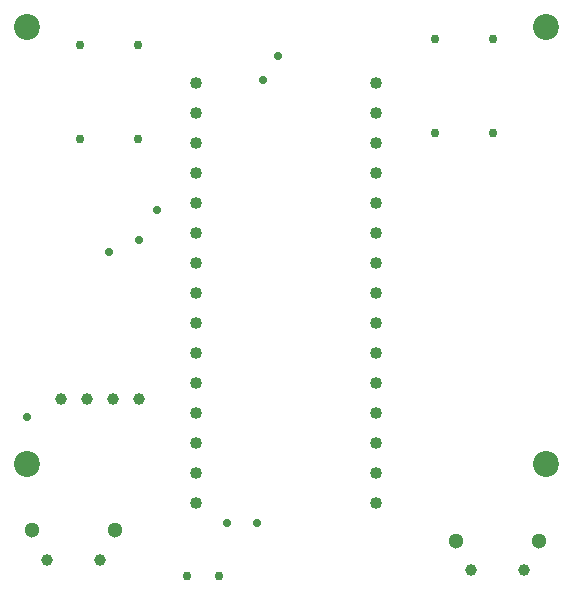
<source format=gbr>
%TF.GenerationSoftware,Altium Limited,Altium Designer,24.4.1 (13)*%
G04 Layer_Color=0*
%FSLAX45Y45*%
%MOMM*%
%TF.SameCoordinates,E812156F-5FB4-45FE-B866-EF37BABFEDD0*%
%TF.FilePolarity,Positive*%
%TF.FileFunction,Plated,1,2,PTH,Drill*%
%TF.Part,Single*%
G01*
G75*
%TA.AperFunction,ComponentDrill*%
%ADD35C,0.76200*%
%ADD36C,1.01600*%
%ADD37C,1.30000*%
%ADD38C,0.99000*%
%ADD39C,2.20000*%
%ADD40C,1.00000*%
%TA.AperFunction,ViaDrill,NotFilled*%
%ADD41C,0.71120*%
D35*
X11255002Y12149999D02*
D03*
Y11350000D02*
D03*
X11744998D02*
D03*
X11745003Y12149999D02*
D03*
X9426998Y7599998D02*
D03*
X9160298D02*
D03*
X8254998Y12100001D02*
D03*
Y11299998D02*
D03*
X8745000D02*
D03*
Y12100001D02*
D03*
D36*
X9238000Y8730000D02*
D03*
Y8984000D02*
D03*
Y9492000D02*
D03*
Y9746000D02*
D03*
Y10000000D02*
D03*
Y10254000D02*
D03*
Y10508000D02*
D03*
Y10762000D02*
D03*
Y11270000D02*
D03*
Y11524000D02*
D03*
Y11778000D02*
D03*
X10762000D02*
D03*
Y11524000D02*
D03*
Y11270000D02*
D03*
Y11016000D02*
D03*
Y8730000D02*
D03*
Y8476000D02*
D03*
Y8222000D02*
D03*
X9238000Y9238000D02*
D03*
X10762000Y9746000D02*
D03*
X9238000Y11016000D02*
D03*
X10762000Y9238000D02*
D03*
Y10762000D02*
D03*
Y10508000D02*
D03*
Y10254000D02*
D03*
Y10000000D02*
D03*
Y9492000D02*
D03*
X9238000Y8222000D02*
D03*
Y8476000D02*
D03*
X10762000Y8984000D02*
D03*
D37*
X8550498Y7988498D02*
D03*
X7849498D02*
D03*
X11434499Y7898999D02*
D03*
X12135498D02*
D03*
D38*
X8424996Y7739502D02*
D03*
X7975000D02*
D03*
X11559995Y7650002D02*
D03*
X12009997D02*
D03*
D39*
X7800000Y12250000D02*
D03*
X12200001Y8550001D02*
D03*
X7800000Y8550000D02*
D03*
X12200000Y12250001D02*
D03*
D40*
X8530001Y9100002D02*
D03*
X8750005D02*
D03*
X8310001D02*
D03*
X8090002D02*
D03*
D41*
X9750000Y8050000D02*
D03*
X9929388Y12007500D02*
D03*
X9500000Y8050000D02*
D03*
X9800000Y11800000D02*
D03*
X8500000Y10350000D02*
D03*
X8750000Y10450000D02*
D03*
X8900000Y10700000D02*
D03*
X7800000Y8950000D02*
D03*
%TF.MD5,59725301a5f8d65e820a76782852c6a3*%
M02*

</source>
